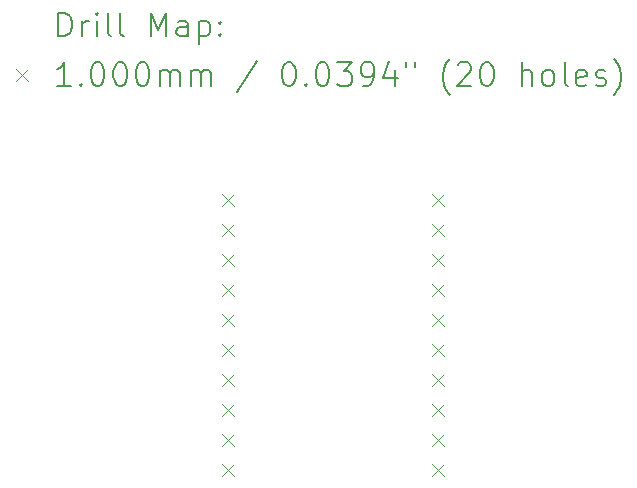
<source format=gbr>
%TF.GenerationSoftware,KiCad,Pcbnew,8.0.5*%
%TF.CreationDate,2024-09-28T17:36:03+02:00*%
%TF.ProjectId,adapterch32v003,61646170-7465-4726-9368-333276303033,rev?*%
%TF.SameCoordinates,Original*%
%TF.FileFunction,Drillmap*%
%TF.FilePolarity,Positive*%
%FSLAX45Y45*%
G04 Gerber Fmt 4.5, Leading zero omitted, Abs format (unit mm)*
G04 Created by KiCad (PCBNEW 8.0.5) date 2024-09-28 17:36:03*
%MOMM*%
%LPD*%
G01*
G04 APERTURE LIST*
%ADD10C,0.200000*%
%ADD11C,0.100000*%
G04 APERTURE END LIST*
D10*
D11*
X1650000Y-1646000D02*
X1750000Y-1746000D01*
X1750000Y-1646000D02*
X1650000Y-1746000D01*
X1650000Y-1900000D02*
X1750000Y-2000000D01*
X1750000Y-1900000D02*
X1650000Y-2000000D01*
X1650000Y-2154000D02*
X1750000Y-2254000D01*
X1750000Y-2154000D02*
X1650000Y-2254000D01*
X1650000Y-2408000D02*
X1750000Y-2508000D01*
X1750000Y-2408000D02*
X1650000Y-2508000D01*
X1650000Y-2662000D02*
X1750000Y-2762000D01*
X1750000Y-2662000D02*
X1650000Y-2762000D01*
X1650000Y-2916000D02*
X1750000Y-3016000D01*
X1750000Y-2916000D02*
X1650000Y-3016000D01*
X1650000Y-3170000D02*
X1750000Y-3270000D01*
X1750000Y-3170000D02*
X1650000Y-3270000D01*
X1650000Y-3424000D02*
X1750000Y-3524000D01*
X1750000Y-3424000D02*
X1650000Y-3524000D01*
X1650000Y-3678000D02*
X1750000Y-3778000D01*
X1750000Y-3678000D02*
X1650000Y-3778000D01*
X1650000Y-3932000D02*
X1750000Y-4032000D01*
X1750000Y-3932000D02*
X1650000Y-4032000D01*
X3427698Y-1646193D02*
X3527698Y-1746193D01*
X3527698Y-1646193D02*
X3427698Y-1746193D01*
X3427698Y-1900193D02*
X3527698Y-2000193D01*
X3527698Y-1900193D02*
X3427698Y-2000193D01*
X3427698Y-2154193D02*
X3527698Y-2254193D01*
X3527698Y-2154193D02*
X3427698Y-2254193D01*
X3427698Y-2408193D02*
X3527698Y-2508193D01*
X3527698Y-2408193D02*
X3427698Y-2508193D01*
X3427698Y-2662193D02*
X3527698Y-2762193D01*
X3527698Y-2662193D02*
X3427698Y-2762193D01*
X3427698Y-2916193D02*
X3527698Y-3016193D01*
X3527698Y-2916193D02*
X3427698Y-3016193D01*
X3427698Y-3170193D02*
X3527698Y-3270193D01*
X3527698Y-3170193D02*
X3427698Y-3270193D01*
X3427698Y-3424193D02*
X3527698Y-3524193D01*
X3527698Y-3424193D02*
X3427698Y-3524193D01*
X3427698Y-3678193D02*
X3527698Y-3778193D01*
X3527698Y-3678193D02*
X3427698Y-3778193D01*
X3427698Y-3932193D02*
X3527698Y-4032193D01*
X3527698Y-3932193D02*
X3427698Y-4032193D01*
D10*
X260777Y-311484D02*
X260777Y-111484D01*
X260777Y-111484D02*
X308396Y-111484D01*
X308396Y-111484D02*
X336967Y-121008D01*
X336967Y-121008D02*
X356015Y-140055D01*
X356015Y-140055D02*
X365539Y-159103D01*
X365539Y-159103D02*
X375062Y-197198D01*
X375062Y-197198D02*
X375062Y-225769D01*
X375062Y-225769D02*
X365539Y-263865D01*
X365539Y-263865D02*
X356015Y-282912D01*
X356015Y-282912D02*
X336967Y-301960D01*
X336967Y-301960D02*
X308396Y-311484D01*
X308396Y-311484D02*
X260777Y-311484D01*
X460777Y-311484D02*
X460777Y-178150D01*
X460777Y-216246D02*
X470301Y-197198D01*
X470301Y-197198D02*
X479824Y-187674D01*
X479824Y-187674D02*
X498872Y-178150D01*
X498872Y-178150D02*
X517920Y-178150D01*
X584586Y-311484D02*
X584586Y-178150D01*
X584586Y-111484D02*
X575063Y-121008D01*
X575063Y-121008D02*
X584586Y-130531D01*
X584586Y-130531D02*
X594110Y-121008D01*
X594110Y-121008D02*
X584586Y-111484D01*
X584586Y-111484D02*
X584586Y-130531D01*
X708396Y-311484D02*
X689348Y-301960D01*
X689348Y-301960D02*
X679824Y-282912D01*
X679824Y-282912D02*
X679824Y-111484D01*
X813158Y-311484D02*
X794110Y-301960D01*
X794110Y-301960D02*
X784586Y-282912D01*
X784586Y-282912D02*
X784586Y-111484D01*
X1041729Y-311484D02*
X1041729Y-111484D01*
X1041729Y-111484D02*
X1108396Y-254341D01*
X1108396Y-254341D02*
X1175063Y-111484D01*
X1175063Y-111484D02*
X1175063Y-311484D01*
X1356015Y-311484D02*
X1356015Y-206722D01*
X1356015Y-206722D02*
X1346491Y-187674D01*
X1346491Y-187674D02*
X1327444Y-178150D01*
X1327444Y-178150D02*
X1289348Y-178150D01*
X1289348Y-178150D02*
X1270301Y-187674D01*
X1356015Y-301960D02*
X1336967Y-311484D01*
X1336967Y-311484D02*
X1289348Y-311484D01*
X1289348Y-311484D02*
X1270301Y-301960D01*
X1270301Y-301960D02*
X1260777Y-282912D01*
X1260777Y-282912D02*
X1260777Y-263865D01*
X1260777Y-263865D02*
X1270301Y-244817D01*
X1270301Y-244817D02*
X1289348Y-235293D01*
X1289348Y-235293D02*
X1336967Y-235293D01*
X1336967Y-235293D02*
X1356015Y-225769D01*
X1451253Y-178150D02*
X1451253Y-378150D01*
X1451253Y-187674D02*
X1470301Y-178150D01*
X1470301Y-178150D02*
X1508396Y-178150D01*
X1508396Y-178150D02*
X1527443Y-187674D01*
X1527443Y-187674D02*
X1536967Y-197198D01*
X1536967Y-197198D02*
X1546491Y-216246D01*
X1546491Y-216246D02*
X1546491Y-273389D01*
X1546491Y-273389D02*
X1536967Y-292436D01*
X1536967Y-292436D02*
X1527443Y-301960D01*
X1527443Y-301960D02*
X1508396Y-311484D01*
X1508396Y-311484D02*
X1470301Y-311484D01*
X1470301Y-311484D02*
X1451253Y-301960D01*
X1632205Y-292436D02*
X1641729Y-301960D01*
X1641729Y-301960D02*
X1632205Y-311484D01*
X1632205Y-311484D02*
X1622682Y-301960D01*
X1622682Y-301960D02*
X1632205Y-292436D01*
X1632205Y-292436D02*
X1632205Y-311484D01*
X1632205Y-187674D02*
X1641729Y-197198D01*
X1641729Y-197198D02*
X1632205Y-206722D01*
X1632205Y-206722D02*
X1622682Y-197198D01*
X1622682Y-197198D02*
X1632205Y-187674D01*
X1632205Y-187674D02*
X1632205Y-206722D01*
D11*
X-100000Y-590000D02*
X0Y-690000D01*
X0Y-590000D02*
X-100000Y-690000D01*
D10*
X365539Y-731484D02*
X251253Y-731484D01*
X308396Y-731484D02*
X308396Y-531484D01*
X308396Y-531484D02*
X289348Y-560055D01*
X289348Y-560055D02*
X270301Y-579103D01*
X270301Y-579103D02*
X251253Y-588627D01*
X451253Y-712436D02*
X460777Y-721960D01*
X460777Y-721960D02*
X451253Y-731484D01*
X451253Y-731484D02*
X441729Y-721960D01*
X441729Y-721960D02*
X451253Y-712436D01*
X451253Y-712436D02*
X451253Y-731484D01*
X584586Y-531484D02*
X603634Y-531484D01*
X603634Y-531484D02*
X622682Y-541008D01*
X622682Y-541008D02*
X632205Y-550531D01*
X632205Y-550531D02*
X641729Y-569579D01*
X641729Y-569579D02*
X651253Y-607674D01*
X651253Y-607674D02*
X651253Y-655293D01*
X651253Y-655293D02*
X641729Y-693389D01*
X641729Y-693389D02*
X632205Y-712436D01*
X632205Y-712436D02*
X622682Y-721960D01*
X622682Y-721960D02*
X603634Y-731484D01*
X603634Y-731484D02*
X584586Y-731484D01*
X584586Y-731484D02*
X565539Y-721960D01*
X565539Y-721960D02*
X556015Y-712436D01*
X556015Y-712436D02*
X546491Y-693389D01*
X546491Y-693389D02*
X536967Y-655293D01*
X536967Y-655293D02*
X536967Y-607674D01*
X536967Y-607674D02*
X546491Y-569579D01*
X546491Y-569579D02*
X556015Y-550531D01*
X556015Y-550531D02*
X565539Y-541008D01*
X565539Y-541008D02*
X584586Y-531484D01*
X775062Y-531484D02*
X794110Y-531484D01*
X794110Y-531484D02*
X813158Y-541008D01*
X813158Y-541008D02*
X822682Y-550531D01*
X822682Y-550531D02*
X832205Y-569579D01*
X832205Y-569579D02*
X841729Y-607674D01*
X841729Y-607674D02*
X841729Y-655293D01*
X841729Y-655293D02*
X832205Y-693389D01*
X832205Y-693389D02*
X822682Y-712436D01*
X822682Y-712436D02*
X813158Y-721960D01*
X813158Y-721960D02*
X794110Y-731484D01*
X794110Y-731484D02*
X775062Y-731484D01*
X775062Y-731484D02*
X756015Y-721960D01*
X756015Y-721960D02*
X746491Y-712436D01*
X746491Y-712436D02*
X736967Y-693389D01*
X736967Y-693389D02*
X727443Y-655293D01*
X727443Y-655293D02*
X727443Y-607674D01*
X727443Y-607674D02*
X736967Y-569579D01*
X736967Y-569579D02*
X746491Y-550531D01*
X746491Y-550531D02*
X756015Y-541008D01*
X756015Y-541008D02*
X775062Y-531484D01*
X965539Y-531484D02*
X984586Y-531484D01*
X984586Y-531484D02*
X1003634Y-541008D01*
X1003634Y-541008D02*
X1013158Y-550531D01*
X1013158Y-550531D02*
X1022682Y-569579D01*
X1022682Y-569579D02*
X1032205Y-607674D01*
X1032205Y-607674D02*
X1032205Y-655293D01*
X1032205Y-655293D02*
X1022682Y-693389D01*
X1022682Y-693389D02*
X1013158Y-712436D01*
X1013158Y-712436D02*
X1003634Y-721960D01*
X1003634Y-721960D02*
X984586Y-731484D01*
X984586Y-731484D02*
X965539Y-731484D01*
X965539Y-731484D02*
X946491Y-721960D01*
X946491Y-721960D02*
X936967Y-712436D01*
X936967Y-712436D02*
X927443Y-693389D01*
X927443Y-693389D02*
X917920Y-655293D01*
X917920Y-655293D02*
X917920Y-607674D01*
X917920Y-607674D02*
X927443Y-569579D01*
X927443Y-569579D02*
X936967Y-550531D01*
X936967Y-550531D02*
X946491Y-541008D01*
X946491Y-541008D02*
X965539Y-531484D01*
X1117920Y-731484D02*
X1117920Y-598150D01*
X1117920Y-617198D02*
X1127444Y-607674D01*
X1127444Y-607674D02*
X1146491Y-598150D01*
X1146491Y-598150D02*
X1175063Y-598150D01*
X1175063Y-598150D02*
X1194110Y-607674D01*
X1194110Y-607674D02*
X1203634Y-626722D01*
X1203634Y-626722D02*
X1203634Y-731484D01*
X1203634Y-626722D02*
X1213158Y-607674D01*
X1213158Y-607674D02*
X1232205Y-598150D01*
X1232205Y-598150D02*
X1260777Y-598150D01*
X1260777Y-598150D02*
X1279825Y-607674D01*
X1279825Y-607674D02*
X1289348Y-626722D01*
X1289348Y-626722D02*
X1289348Y-731484D01*
X1384586Y-731484D02*
X1384586Y-598150D01*
X1384586Y-617198D02*
X1394110Y-607674D01*
X1394110Y-607674D02*
X1413158Y-598150D01*
X1413158Y-598150D02*
X1441729Y-598150D01*
X1441729Y-598150D02*
X1460777Y-607674D01*
X1460777Y-607674D02*
X1470301Y-626722D01*
X1470301Y-626722D02*
X1470301Y-731484D01*
X1470301Y-626722D02*
X1479824Y-607674D01*
X1479824Y-607674D02*
X1498872Y-598150D01*
X1498872Y-598150D02*
X1527443Y-598150D01*
X1527443Y-598150D02*
X1546491Y-607674D01*
X1546491Y-607674D02*
X1556015Y-626722D01*
X1556015Y-626722D02*
X1556015Y-731484D01*
X1946491Y-521960D02*
X1775063Y-779103D01*
X2203634Y-531484D02*
X2222682Y-531484D01*
X2222682Y-531484D02*
X2241729Y-541008D01*
X2241729Y-541008D02*
X2251253Y-550531D01*
X2251253Y-550531D02*
X2260777Y-569579D01*
X2260777Y-569579D02*
X2270301Y-607674D01*
X2270301Y-607674D02*
X2270301Y-655293D01*
X2270301Y-655293D02*
X2260777Y-693389D01*
X2260777Y-693389D02*
X2251253Y-712436D01*
X2251253Y-712436D02*
X2241729Y-721960D01*
X2241729Y-721960D02*
X2222682Y-731484D01*
X2222682Y-731484D02*
X2203634Y-731484D01*
X2203634Y-731484D02*
X2184587Y-721960D01*
X2184587Y-721960D02*
X2175063Y-712436D01*
X2175063Y-712436D02*
X2165539Y-693389D01*
X2165539Y-693389D02*
X2156015Y-655293D01*
X2156015Y-655293D02*
X2156015Y-607674D01*
X2156015Y-607674D02*
X2165539Y-569579D01*
X2165539Y-569579D02*
X2175063Y-550531D01*
X2175063Y-550531D02*
X2184587Y-541008D01*
X2184587Y-541008D02*
X2203634Y-531484D01*
X2356015Y-712436D02*
X2365539Y-721960D01*
X2365539Y-721960D02*
X2356015Y-731484D01*
X2356015Y-731484D02*
X2346491Y-721960D01*
X2346491Y-721960D02*
X2356015Y-712436D01*
X2356015Y-712436D02*
X2356015Y-731484D01*
X2489348Y-531484D02*
X2508396Y-531484D01*
X2508396Y-531484D02*
X2527444Y-541008D01*
X2527444Y-541008D02*
X2536968Y-550531D01*
X2536968Y-550531D02*
X2546491Y-569579D01*
X2546491Y-569579D02*
X2556015Y-607674D01*
X2556015Y-607674D02*
X2556015Y-655293D01*
X2556015Y-655293D02*
X2546491Y-693389D01*
X2546491Y-693389D02*
X2536968Y-712436D01*
X2536968Y-712436D02*
X2527444Y-721960D01*
X2527444Y-721960D02*
X2508396Y-731484D01*
X2508396Y-731484D02*
X2489348Y-731484D01*
X2489348Y-731484D02*
X2470301Y-721960D01*
X2470301Y-721960D02*
X2460777Y-712436D01*
X2460777Y-712436D02*
X2451253Y-693389D01*
X2451253Y-693389D02*
X2441729Y-655293D01*
X2441729Y-655293D02*
X2441729Y-607674D01*
X2441729Y-607674D02*
X2451253Y-569579D01*
X2451253Y-569579D02*
X2460777Y-550531D01*
X2460777Y-550531D02*
X2470301Y-541008D01*
X2470301Y-541008D02*
X2489348Y-531484D01*
X2622682Y-531484D02*
X2746491Y-531484D01*
X2746491Y-531484D02*
X2679825Y-607674D01*
X2679825Y-607674D02*
X2708396Y-607674D01*
X2708396Y-607674D02*
X2727444Y-617198D01*
X2727444Y-617198D02*
X2736968Y-626722D01*
X2736968Y-626722D02*
X2746491Y-645770D01*
X2746491Y-645770D02*
X2746491Y-693389D01*
X2746491Y-693389D02*
X2736968Y-712436D01*
X2736968Y-712436D02*
X2727444Y-721960D01*
X2727444Y-721960D02*
X2708396Y-731484D01*
X2708396Y-731484D02*
X2651253Y-731484D01*
X2651253Y-731484D02*
X2632206Y-721960D01*
X2632206Y-721960D02*
X2622682Y-712436D01*
X2841729Y-731484D02*
X2879825Y-731484D01*
X2879825Y-731484D02*
X2898872Y-721960D01*
X2898872Y-721960D02*
X2908396Y-712436D01*
X2908396Y-712436D02*
X2927444Y-683865D01*
X2927444Y-683865D02*
X2936967Y-645770D01*
X2936967Y-645770D02*
X2936967Y-569579D01*
X2936967Y-569579D02*
X2927444Y-550531D01*
X2927444Y-550531D02*
X2917920Y-541008D01*
X2917920Y-541008D02*
X2898872Y-531484D01*
X2898872Y-531484D02*
X2860777Y-531484D01*
X2860777Y-531484D02*
X2841729Y-541008D01*
X2841729Y-541008D02*
X2832206Y-550531D01*
X2832206Y-550531D02*
X2822682Y-569579D01*
X2822682Y-569579D02*
X2822682Y-617198D01*
X2822682Y-617198D02*
X2832206Y-636246D01*
X2832206Y-636246D02*
X2841729Y-645770D01*
X2841729Y-645770D02*
X2860777Y-655293D01*
X2860777Y-655293D02*
X2898872Y-655293D01*
X2898872Y-655293D02*
X2917920Y-645770D01*
X2917920Y-645770D02*
X2927444Y-636246D01*
X2927444Y-636246D02*
X2936967Y-617198D01*
X3108396Y-598150D02*
X3108396Y-731484D01*
X3060777Y-521960D02*
X3013158Y-664817D01*
X3013158Y-664817D02*
X3136967Y-664817D01*
X3203634Y-531484D02*
X3203634Y-569579D01*
X3279825Y-531484D02*
X3279825Y-569579D01*
X3575063Y-807674D02*
X3565539Y-798150D01*
X3565539Y-798150D02*
X3546491Y-769579D01*
X3546491Y-769579D02*
X3536968Y-750531D01*
X3536968Y-750531D02*
X3527444Y-721960D01*
X3527444Y-721960D02*
X3517920Y-674341D01*
X3517920Y-674341D02*
X3517920Y-636246D01*
X3517920Y-636246D02*
X3527444Y-588627D01*
X3527444Y-588627D02*
X3536968Y-560055D01*
X3536968Y-560055D02*
X3546491Y-541008D01*
X3546491Y-541008D02*
X3565539Y-512436D01*
X3565539Y-512436D02*
X3575063Y-502912D01*
X3641729Y-550531D02*
X3651253Y-541008D01*
X3651253Y-541008D02*
X3670301Y-531484D01*
X3670301Y-531484D02*
X3717920Y-531484D01*
X3717920Y-531484D02*
X3736968Y-541008D01*
X3736968Y-541008D02*
X3746491Y-550531D01*
X3746491Y-550531D02*
X3756015Y-569579D01*
X3756015Y-569579D02*
X3756015Y-588627D01*
X3756015Y-588627D02*
X3746491Y-617198D01*
X3746491Y-617198D02*
X3632206Y-731484D01*
X3632206Y-731484D02*
X3756015Y-731484D01*
X3879825Y-531484D02*
X3898872Y-531484D01*
X3898872Y-531484D02*
X3917920Y-541008D01*
X3917920Y-541008D02*
X3927444Y-550531D01*
X3927444Y-550531D02*
X3936968Y-569579D01*
X3936968Y-569579D02*
X3946491Y-607674D01*
X3946491Y-607674D02*
X3946491Y-655293D01*
X3946491Y-655293D02*
X3936968Y-693389D01*
X3936968Y-693389D02*
X3927444Y-712436D01*
X3927444Y-712436D02*
X3917920Y-721960D01*
X3917920Y-721960D02*
X3898872Y-731484D01*
X3898872Y-731484D02*
X3879825Y-731484D01*
X3879825Y-731484D02*
X3860777Y-721960D01*
X3860777Y-721960D02*
X3851253Y-712436D01*
X3851253Y-712436D02*
X3841729Y-693389D01*
X3841729Y-693389D02*
X3832206Y-655293D01*
X3832206Y-655293D02*
X3832206Y-607674D01*
X3832206Y-607674D02*
X3841729Y-569579D01*
X3841729Y-569579D02*
X3851253Y-550531D01*
X3851253Y-550531D02*
X3860777Y-541008D01*
X3860777Y-541008D02*
X3879825Y-531484D01*
X4184587Y-731484D02*
X4184587Y-531484D01*
X4270301Y-731484D02*
X4270301Y-626722D01*
X4270301Y-626722D02*
X4260777Y-607674D01*
X4260777Y-607674D02*
X4241730Y-598150D01*
X4241730Y-598150D02*
X4213158Y-598150D01*
X4213158Y-598150D02*
X4194110Y-607674D01*
X4194110Y-607674D02*
X4184587Y-617198D01*
X4394111Y-731484D02*
X4375063Y-721960D01*
X4375063Y-721960D02*
X4365539Y-712436D01*
X4365539Y-712436D02*
X4356015Y-693389D01*
X4356015Y-693389D02*
X4356015Y-636246D01*
X4356015Y-636246D02*
X4365539Y-617198D01*
X4365539Y-617198D02*
X4375063Y-607674D01*
X4375063Y-607674D02*
X4394111Y-598150D01*
X4394111Y-598150D02*
X4422682Y-598150D01*
X4422682Y-598150D02*
X4441730Y-607674D01*
X4441730Y-607674D02*
X4451253Y-617198D01*
X4451253Y-617198D02*
X4460777Y-636246D01*
X4460777Y-636246D02*
X4460777Y-693389D01*
X4460777Y-693389D02*
X4451253Y-712436D01*
X4451253Y-712436D02*
X4441730Y-721960D01*
X4441730Y-721960D02*
X4422682Y-731484D01*
X4422682Y-731484D02*
X4394111Y-731484D01*
X4575063Y-731484D02*
X4556015Y-721960D01*
X4556015Y-721960D02*
X4546492Y-702912D01*
X4546492Y-702912D02*
X4546492Y-531484D01*
X4727444Y-721960D02*
X4708396Y-731484D01*
X4708396Y-731484D02*
X4670301Y-731484D01*
X4670301Y-731484D02*
X4651253Y-721960D01*
X4651253Y-721960D02*
X4641730Y-702912D01*
X4641730Y-702912D02*
X4641730Y-626722D01*
X4641730Y-626722D02*
X4651253Y-607674D01*
X4651253Y-607674D02*
X4670301Y-598150D01*
X4670301Y-598150D02*
X4708396Y-598150D01*
X4708396Y-598150D02*
X4727444Y-607674D01*
X4727444Y-607674D02*
X4736968Y-626722D01*
X4736968Y-626722D02*
X4736968Y-645770D01*
X4736968Y-645770D02*
X4641730Y-664817D01*
X4813158Y-721960D02*
X4832206Y-731484D01*
X4832206Y-731484D02*
X4870301Y-731484D01*
X4870301Y-731484D02*
X4889349Y-721960D01*
X4889349Y-721960D02*
X4898873Y-702912D01*
X4898873Y-702912D02*
X4898873Y-693389D01*
X4898873Y-693389D02*
X4889349Y-674341D01*
X4889349Y-674341D02*
X4870301Y-664817D01*
X4870301Y-664817D02*
X4841730Y-664817D01*
X4841730Y-664817D02*
X4822682Y-655293D01*
X4822682Y-655293D02*
X4813158Y-636246D01*
X4813158Y-636246D02*
X4813158Y-626722D01*
X4813158Y-626722D02*
X4822682Y-607674D01*
X4822682Y-607674D02*
X4841730Y-598150D01*
X4841730Y-598150D02*
X4870301Y-598150D01*
X4870301Y-598150D02*
X4889349Y-607674D01*
X4965539Y-807674D02*
X4975063Y-798150D01*
X4975063Y-798150D02*
X4994111Y-769579D01*
X4994111Y-769579D02*
X5003634Y-750531D01*
X5003634Y-750531D02*
X5013158Y-721960D01*
X5013158Y-721960D02*
X5022682Y-674341D01*
X5022682Y-674341D02*
X5022682Y-636246D01*
X5022682Y-636246D02*
X5013158Y-588627D01*
X5013158Y-588627D02*
X5003634Y-560055D01*
X5003634Y-560055D02*
X4994111Y-541008D01*
X4994111Y-541008D02*
X4975063Y-512436D01*
X4975063Y-512436D02*
X4965539Y-502912D01*
M02*

</source>
